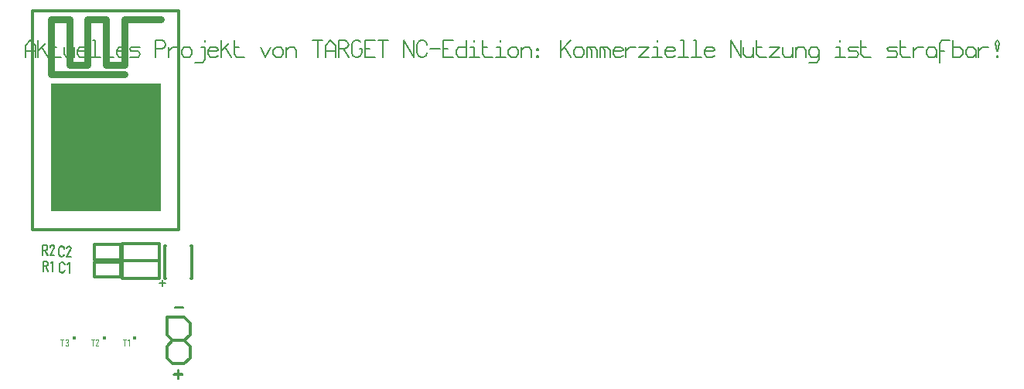
<source format=gto>
%FSLAX35Y35*%
%MOIN*%
%TF.FileFunction,Legend,Top*%
%ADD10C,0.00591*%
%ADD11C,0.00214*%
%ADD12C,0.00384*%
%ADD13C,0.00409*%
%ADD14C,0.00512*%
%ADD15C,0.00650*%
%ADD16C,0.00768*%
%ADD17C,0.01181*%
%ADD18C,0.01575*%
%ADD19C,0.01969*%
%ADD20C,0.02362*%
%ADD21C,0.03150*%
%ADD22C,0.03937*%
%AMR_23*21,1,0.03200,0.03800,0,0,90.000*%
%ADD23R_23*%
%AMR_24*21,1,0.03200,0.03800,0,0,180.000*%
%ADD24R_24*%
%AMR_25*21,1,0.04409,0.06299,0,0,90.000*%
%ADD25R_25*%
%AMR_26*21,1,0.05000,0.05000,0,0,180.000*%
%ADD26R_26*%
%AMR_27*21,1,0.07874,0.09449,0,0,90.000*%
%ADD27R_27*%
%AMR_28*21,1,0.19685,0.19685,0,0,0.000*%
%ADD28R_28*%
%AMOCT_29*4,1,8,0.031496,0.023622,0.015748,0.039370,-0.015748,0.039370,-0.031496,0.023622,-0.031496,-0.023622,-0.015748,-0.039370,0.015748,-0.039370,0.031496,-0.023622,0.031496,0.023622,270.000*%
%ADD29OCT_29*%
%AMOCT_30*4,1,8,0.039370,0.009843,0.029528,0.019685,-0.029528,0.019685,-0.039370,0.009843,-0.039370,-0.009843,-0.029528,-0.019685,0.029528,-0.019685,0.039370,-0.009843,0.039370,0.009843,0.000*%
%ADD30OCT_30*%
%AMOCT_31*4,1,8,0.039370,0.009843,0.029528,0.019685,-0.029528,0.019685,-0.039370,0.009843,-0.039370,-0.009843,-0.029528,-0.019685,0.029528,-0.019685,0.039370,-0.009843,0.039370,0.009843,90.000*%
%ADD31OCT_31*%
%ADD32O,0.02559X0.04173*%
%AMRR_33*21,1,0.02559,0.03661,0,0,180.000*21,1,0.02047,0.04173,0,0,180.000*1,1,0.00512,-0.01024,-0.01831*1,1,0.00512,0.01024,0.01831*1,1,0.00512,-0.01024,0.01831*1,1,0.00512,0.01024,-0.01831*%
%ADD33RR_33*%
%AMRR_34*21,1,0.06299,0.06929,0,0,180.000*21,1,0.05354,0.07874,0,0,180.000*1,1,0.00945,-0.02677,-0.03465*1,1,0.00945,0.02677,0.03465*1,1,0.00945,-0.02677,0.03465*1,1,0.00945,0.02677,-0.03465*%
%ADD34RR_34*%
%AMRR_35*21,1,0.06299,0.06614,0,0,270.000*21,1,0.05039,0.07874,0,0,270.000*1,1,0.01260,0.03307,-0.02520*1,1,0.01260,-0.03307,0.02520*1,1,0.01260,-0.03307,-0.02520*1,1,0.01260,0.03307,0.02520*%
%ADD35RR_35*%
%AMRR_36*21,1,0.23622,0.06457,0,0,90.000*21,1,0.22205,0.07874,0,0,90.000*1,1,0.01417,-0.03228,0.11102*1,1,0.01417,0.03228,-0.11102*1,1,0.01417,0.03228,0.11102*1,1,0.01417,-0.03228,-0.11102*%
%ADD36RR_36*%
G54D10*
X20855Y55602D02*
X20964Y55121D01*
X20975Y55106D01*
X20994Y55103D01*
X21009Y55114D01*
X21012Y55132D01*
X20903Y55613D01*
X20892Y55628D01*
X20873Y55631D01*
X20858Y55620D01*
X20855Y55602D01*
X20552Y55977D02*
X20859Y55592D01*
X20876Y55583D01*
X20894Y55588D01*
X20903Y55604D01*
X20898Y55623D01*
X20591Y56008D01*
X20574Y56017D01*
X20556Y56012D01*
X20547Y55995D01*
X20552Y55977D01*
X20117Y56184D02*
X20561Y55970D01*
X20580Y55969D01*
X20594Y55982D01*
X20595Y56001D01*
X20582Y56015D01*
X20138Y56229D01*
X20119Y56230D01*
X20105Y56217D01*
X20104Y56198D01*
X20117Y56184D01*
X19635Y56182D02*
X20127Y56182D01*
X20145Y56189D01*
X20152Y56206D01*
X20145Y56224D01*
X20127Y56231D01*
X19635Y56231D01*
X19617Y56224D01*
X19610Y56206D01*
X19617Y56189D01*
X19635Y56182D01*
X19201Y55970D02*
X19645Y56184D01*
X19658Y56198D01*
X19657Y56217D01*
X19643Y56230D01*
X19624Y56229D01*
X19180Y56015D01*
X19167Y56001D01*
X19168Y55982D01*
X19183Y55969D01*
X19201Y55970D01*
X18903Y55592D02*
X19210Y55977D01*
X19215Y55995D01*
X19206Y56012D01*
X19188Y56017D01*
X19171Y56008D01*
X18864Y55623D01*
X18859Y55604D01*
X18868Y55588D01*
X18886Y55583D01*
X18903Y55592D01*
X18798Y55121D02*
X18907Y55602D01*
X18904Y55620D01*
X18889Y55631D01*
X18870Y55628D01*
X18859Y55613D01*
X18750Y55132D01*
X18753Y55114D01*
X18768Y55103D01*
X18787Y55106D01*
X18798Y55121D01*
X18823Y52863D02*
X18823Y55127D01*
X18816Y55144D01*
X18798Y55151D01*
X18781Y55144D01*
X18774Y55127D01*
X18774Y52863D01*
X18781Y52846D01*
X18798Y52838D01*
X18816Y52846D01*
X18823Y52863D01*
X18774Y53390D02*
X18823Y53390D01*
X18774Y53941D02*
X18823Y53941D01*
X18774Y54492D02*
X18823Y54492D01*
X18774Y55043D02*
X18823Y55043D01*
X18907Y52388D02*
X18798Y52869D01*
X18787Y52884D01*
X18768Y52887D01*
X18753Y52876D01*
X18750Y52858D01*
X18859Y52377D01*
X18870Y52362D01*
X18889Y52359D01*
X18904Y52370D01*
X18907Y52388D01*
X19210Y52013D02*
X18903Y52398D01*
X18886Y52407D01*
X18868Y52402D01*
X18859Y52385D01*
X18864Y52367D01*
X19171Y51982D01*
X19188Y51973D01*
X19206Y51978D01*
X19215Y51995D01*
X19210Y52013D01*
X19645Y51806D02*
X19201Y52019D01*
X19183Y52021D01*
X19168Y52008D01*
X19167Y51989D01*
X19180Y51975D01*
X19624Y51761D01*
X19643Y51760D01*
X19657Y51773D01*
X19658Y51792D01*
X19645Y51806D01*
X20127Y51808D02*
X19635Y51808D01*
X19617Y51801D01*
X19610Y51784D01*
X19617Y51766D01*
X19635Y51759D01*
X20127Y51759D01*
X20145Y51766D01*
X20152Y51784D01*
X20145Y51801D01*
X20127Y51808D01*
X20561Y52019D02*
X20117Y51806D01*
X20104Y51792D01*
X20105Y51773D01*
X20119Y51760D01*
X20138Y51761D01*
X20582Y51975D01*
X20595Y51989D01*
X20594Y52008D01*
X20580Y52021D01*
X20561Y52019D01*
X20859Y52398D02*
X20552Y52013D01*
X20547Y51995D01*
X20556Y51978D01*
X20574Y51973D01*
X20591Y51982D01*
X20898Y52367D01*
X20903Y52385D01*
X20894Y52402D01*
X20876Y52407D01*
X20859Y52398D01*
X20964Y52869D02*
X20855Y52388D01*
X20858Y52370D01*
X20873Y52359D01*
X20892Y52362D01*
X20903Y52377D01*
X21012Y52858D01*
X21009Y52876D01*
X20994Y52887D01*
X20975Y52884D01*
X20964Y52869D01*
X23013Y56227D02*
X22127Y55341D01*
X22120Y55324D01*
X22127Y55306D01*
X22145Y55299D01*
X22162Y55306D01*
X23048Y56192D01*
X23055Y56209D01*
X23048Y56227D01*
X23031Y56234D01*
X23013Y56227D01*
X22637Y55850D02*
X22706Y55850D01*
X23055Y51780D02*
X23055Y56209D01*
X23048Y56227D01*
X23031Y56234D01*
X23013Y56227D01*
X23006Y56209D01*
X23006Y51780D01*
X23013Y51763D01*
X23031Y51756D01*
X23048Y51763D01*
X23055Y51780D01*
X23006Y52307D02*
X23055Y52307D01*
X23006Y52858D02*
X23055Y52858D01*
X23006Y53409D02*
X23055Y53409D01*
X23006Y53960D02*
X23055Y53960D01*
X23006Y54512D02*
X23055Y54512D01*
X23006Y55063D02*
X23055Y55063D01*
X23006Y55614D02*
X23055Y55614D01*
X23006Y56165D02*
X23055Y56165D01*
X20594Y62477D02*
X20704Y61996D01*
X20714Y61981D01*
X20733Y61978D01*
X20748Y61989D01*
X20751Y62007D01*
X20642Y62488D01*
X20631Y62503D01*
X20612Y62506D01*
X20597Y62495D01*
X20594Y62477D01*
X20291Y62852D02*
X20599Y62467D01*
X20615Y62458D01*
X20633Y62463D01*
X20642Y62479D01*
X20637Y62498D01*
X20330Y62883D01*
X20313Y62892D01*
X20295Y62887D01*
X20286Y62870D01*
X20291Y62852D01*
X19856Y63059D02*
X20300Y62845D01*
X20319Y62844D01*
X20333Y62857D01*
X20334Y62876D01*
X20321Y62890D01*
X19877Y63104D01*
X19858Y63105D01*
X19844Y63092D01*
X19843Y63073D01*
X19856Y63059D01*
X19374Y63057D02*
X19867Y63057D01*
X19884Y63064D01*
X19891Y63081D01*
X19884Y63099D01*
X19867Y63106D01*
X19374Y63106D01*
X19356Y63099D01*
X19349Y63081D01*
X19356Y63064D01*
X19374Y63057D01*
X18941Y62845D02*
X19384Y63059D01*
X19397Y63073D01*
X19396Y63092D01*
X19382Y63105D01*
X19363Y63104D01*
X18919Y62890D01*
X18907Y62876D01*
X18908Y62857D01*
X18922Y62844D01*
X18941Y62845D01*
X18642Y62467D02*
X18949Y62852D01*
X18954Y62870D01*
X18945Y62887D01*
X18927Y62892D01*
X18911Y62883D01*
X18603Y62498D01*
X18598Y62479D01*
X18607Y62463D01*
X18625Y62458D01*
X18642Y62467D01*
X18537Y61996D02*
X18647Y62477D01*
X18643Y62495D01*
X18628Y62506D01*
X18609Y62503D01*
X18599Y62488D01*
X18489Y62007D01*
X18492Y61989D01*
X18507Y61978D01*
X18526Y61981D01*
X18537Y61996D01*
X18562Y59738D02*
X18562Y62002D01*
X18555Y62019D01*
X18538Y62026D01*
X18520Y62019D01*
X18513Y62002D01*
X18513Y59738D01*
X18520Y59721D01*
X18538Y59713D01*
X18555Y59721D01*
X18562Y59738D01*
X18513Y60265D02*
X18562Y60265D01*
X18513Y60816D02*
X18562Y60816D01*
X18513Y61367D02*
X18562Y61367D01*
X18513Y61918D02*
X18562Y61918D01*
X18647Y59263D02*
X18537Y59744D01*
X18526Y59759D01*
X18507Y59762D01*
X18492Y59751D01*
X18489Y59733D01*
X18599Y59252D01*
X18609Y59237D01*
X18628Y59234D01*
X18643Y59245D01*
X18647Y59263D01*
X18949Y58888D02*
X18642Y59273D01*
X18625Y59282D01*
X18607Y59277D01*
X18598Y59260D01*
X18603Y59242D01*
X18911Y58857D01*
X18927Y58848D01*
X18945Y58853D01*
X18954Y58870D01*
X18949Y58888D01*
X19384Y58681D02*
X18941Y58894D01*
X18922Y58896D01*
X18908Y58883D01*
X18907Y58864D01*
X18919Y58850D01*
X19363Y58636D01*
X19382Y58635D01*
X19396Y58648D01*
X19397Y58667D01*
X19384Y58681D01*
X19867Y58683D02*
X19374Y58683D01*
X19356Y58676D01*
X19349Y58659D01*
X19356Y58641D01*
X19374Y58634D01*
X19867Y58634D01*
X19884Y58641D01*
X19891Y58659D01*
X19884Y58676D01*
X19867Y58683D01*
X20300Y58894D02*
X19856Y58681D01*
X19843Y58667D01*
X19844Y58648D01*
X19858Y58635D01*
X19877Y58636D01*
X20321Y58850D01*
X20334Y58864D01*
X20333Y58883D01*
X20319Y58896D01*
X20300Y58894D01*
X20599Y59273D02*
X20291Y58888D01*
X20286Y58870D01*
X20295Y58853D01*
X20313Y58848D01*
X20330Y58857D01*
X20637Y59242D01*
X20642Y59260D01*
X20633Y59277D01*
X20615Y59282D01*
X20599Y59273D01*
X20704Y59744D02*
X20594Y59263D01*
X20597Y59245D01*
X20612Y59234D01*
X20631Y59237D01*
X20642Y59252D01*
X20751Y59733D01*
X20748Y59751D01*
X20733Y59762D01*
X20714Y59759D01*
X20704Y59744D01*
X23513Y62635D02*
X23632Y62192D01*
X23643Y62177D01*
X23662Y62175D01*
X23677Y62186D01*
X23679Y62205D01*
X23561Y62648D01*
X23549Y62663D01*
X23531Y62665D01*
X23516Y62654D01*
X23513Y62635D01*
X23195Y62948D02*
X23520Y62624D01*
X23537Y62617D01*
X23554Y62624D01*
X23562Y62642D01*
X23554Y62659D01*
X23230Y62983D01*
X23213Y62990D01*
X23195Y62983D01*
X23188Y62966D01*
X23195Y62948D01*
X22763Y63061D02*
X23206Y62942D01*
X23225Y62945D01*
X23237Y62959D01*
X23234Y62978D01*
X23219Y62990D01*
X22776Y63108D01*
X22758Y63106D01*
X22746Y63091D01*
X22749Y63072D01*
X22763Y63061D01*
X22333Y62942D02*
X22776Y63061D01*
X22791Y63072D01*
X22794Y63091D01*
X22782Y63106D01*
X22763Y63108D01*
X22321Y62990D01*
X22306Y62978D01*
X22303Y62959D01*
X22315Y62945D01*
X22333Y62942D01*
X22020Y62624D02*
X22344Y62948D01*
X22352Y62966D01*
X22344Y62983D01*
X22327Y62990D01*
X22310Y62983D01*
X21985Y62659D01*
X21978Y62642D01*
X21985Y62624D01*
X22003Y62617D01*
X22020Y62624D01*
X21908Y62192D02*
X22026Y62635D01*
X22024Y62654D01*
X22009Y62665D01*
X21990Y62663D01*
X21979Y62648D01*
X21860Y62205D01*
X21863Y62186D01*
X21878Y62175D01*
X21896Y62177D01*
X21908Y62192D01*
X21906Y58644D02*
X23678Y62188D01*
X23679Y62206D01*
X23667Y62221D01*
X23648Y62222D01*
X23634Y62210D01*
X21862Y58666D01*
X21861Y58648D01*
X21873Y58633D01*
X21892Y58632D01*
X21906Y58644D01*
X22120Y59183D02*
X22175Y59183D01*
X22396Y59734D02*
X22451Y59734D01*
X22672Y60286D02*
X22727Y60286D01*
X22947Y60837D02*
X23002Y60837D01*
X23223Y61388D02*
X23278Y61388D01*
X23498Y61939D02*
X23553Y61939D01*
X23656Y58680D02*
X21884Y58680D01*
X21867Y58673D01*
X21859Y58655D01*
X21867Y58638D01*
X21884Y58631D01*
X23656Y58631D01*
X23673Y58638D01*
X23680Y58655D01*
X23673Y58673D01*
X23656Y58680D01*
X11611Y56680D02*
X11611Y52250D01*
X11618Y52233D01*
X11635Y52226D01*
X11653Y52233D01*
X11660Y52250D01*
X11660Y56680D01*
X11653Y56697D01*
X11635Y56704D01*
X11618Y56697D01*
X11611Y56680D01*
X11611Y52777D02*
X11660Y52777D01*
X11611Y53328D02*
X11660Y53328D01*
X11611Y53879D02*
X11660Y53879D01*
X11611Y54431D02*
X11660Y54431D01*
X11611Y54982D02*
X11660Y54982D01*
X11611Y55533D02*
X11660Y55533D01*
X11611Y56084D02*
X11660Y56084D01*
X11611Y56635D02*
X11660Y56635D01*
X12718Y56704D02*
X11635Y56704D01*
X11618Y56697D01*
X11611Y56680D01*
X11618Y56662D01*
X11635Y56655D01*
X12718Y56655D01*
X12735Y56662D01*
X12743Y56680D01*
X12735Y56697D01*
X12718Y56704D01*
X13193Y54623D02*
X12713Y54514D01*
X12697Y54503D01*
X12694Y54484D01*
X12705Y54469D01*
X12723Y54466D01*
X13204Y54575D01*
X13219Y54586D01*
X13222Y54605D01*
X13212Y54620D01*
X13193Y54623D01*
X13568Y54926D02*
X13183Y54619D01*
X13174Y54602D01*
X13179Y54584D01*
X13196Y54575D01*
X13214Y54580D01*
X13599Y54887D01*
X13608Y54904D01*
X13603Y54922D01*
X13586Y54931D01*
X13568Y54926D01*
X13775Y55361D02*
X13562Y54917D01*
X13560Y54898D01*
X13573Y54884D01*
X13592Y54883D01*
X13606Y54896D01*
X13820Y55340D01*
X13821Y55359D01*
X13808Y55373D01*
X13789Y55374D01*
X13775Y55361D01*
X13773Y55843D02*
X13773Y55351D01*
X13780Y55333D01*
X13798Y55326D01*
X13815Y55333D01*
X13822Y55351D01*
X13822Y55843D01*
X13815Y55861D01*
X13798Y55868D01*
X13780Y55861D01*
X13773Y55843D01*
X13562Y56277D02*
X13775Y55833D01*
X13789Y55820D01*
X13808Y55821D01*
X13821Y55835D01*
X13820Y55854D01*
X13606Y56298D01*
X13592Y56311D01*
X13573Y56309D01*
X13560Y56295D01*
X13562Y56277D01*
X13183Y56575D02*
X13568Y56268D01*
X13586Y56263D01*
X13603Y56272D01*
X13608Y56290D01*
X13599Y56307D01*
X13214Y56614D01*
X13196Y56619D01*
X13179Y56610D01*
X13174Y56592D01*
X13183Y56575D01*
X12713Y56680D02*
X13193Y56571D01*
X13212Y56574D01*
X13222Y56589D01*
X13219Y56608D01*
X13204Y56619D01*
X12723Y56728D01*
X12705Y56725D01*
X12694Y56710D01*
X12697Y56691D01*
X12713Y56680D01*
X11635Y54440D02*
X12718Y54440D01*
X12735Y54448D01*
X12743Y54465D01*
X12735Y54482D01*
X12718Y54490D01*
X11635Y54490D01*
X11618Y54482D01*
X11611Y54465D01*
X11618Y54448D01*
X11635Y54440D01*
X13872Y52262D02*
X12740Y54476D01*
X12726Y54488D01*
X12707Y54487D01*
X12695Y54473D01*
X12696Y54454D01*
X13828Y52239D01*
X13842Y52227D01*
X13861Y52229D01*
X13873Y52243D01*
X13872Y52262D01*
X13553Y52778D02*
X13608Y52778D01*
X13271Y53329D02*
X13326Y53329D01*
X12989Y53881D02*
X13044Y53881D01*
X12707Y54432D02*
X12763Y54432D01*
X15850Y56697D02*
X14964Y55811D01*
X14957Y55794D01*
X14964Y55776D01*
X14982Y55769D01*
X14999Y55776D01*
X15885Y56662D01*
X15892Y56680D01*
X15885Y56697D01*
X15868Y56704D01*
X15850Y56697D01*
X15474Y56320D02*
X15543Y56320D01*
X15892Y52250D02*
X15892Y56680D01*
X15885Y56697D01*
X15868Y56704D01*
X15850Y56697D01*
X15843Y56680D01*
X15843Y52250D01*
X15850Y52233D01*
X15868Y52226D01*
X15885Y52233D01*
X15892Y52250D01*
X15843Y52777D02*
X15892Y52777D01*
X15843Y53328D02*
X15892Y53328D01*
X15843Y53879D02*
X15892Y53879D01*
X15843Y54431D02*
X15892Y54431D01*
X15843Y54982D02*
X15892Y54982D01*
X15843Y55533D02*
X15892Y55533D01*
X15843Y56084D02*
X15892Y56084D01*
X15843Y56635D02*
X15892Y56635D01*
X11350Y63555D02*
X11350Y59125D01*
X11357Y59108D01*
X11375Y59101D01*
X11392Y59108D01*
X11399Y59125D01*
X11399Y63555D01*
X11392Y63572D01*
X11375Y63579D01*
X11357Y63572D01*
X11350Y63555D01*
X11350Y59652D02*
X11399Y59652D01*
X11350Y60203D02*
X11399Y60203D01*
X11350Y60754D02*
X11399Y60754D01*
X11350Y61306D02*
X11399Y61306D01*
X11350Y61857D02*
X11399Y61857D01*
X11350Y62408D02*
X11399Y62408D01*
X11350Y62959D02*
X11399Y62959D01*
X11350Y63510D02*
X11399Y63510D01*
X12457Y63579D02*
X11375Y63579D01*
X11357Y63572D01*
X11350Y63555D01*
X11357Y63537D01*
X11375Y63530D01*
X12457Y63530D01*
X12475Y63537D01*
X12482Y63555D01*
X12475Y63572D01*
X12457Y63579D01*
X12932Y61498D02*
X12452Y61389D01*
X12436Y61378D01*
X12433Y61359D01*
X12444Y61344D01*
X12463Y61341D01*
X12943Y61450D01*
X12958Y61461D01*
X12962Y61480D01*
X12951Y61495D01*
X12932Y61498D01*
X13308Y61801D02*
X12922Y61494D01*
X12913Y61477D01*
X12918Y61459D01*
X12935Y61450D01*
X12953Y61455D01*
X13338Y61762D01*
X13347Y61779D01*
X13342Y61797D01*
X13326Y61806D01*
X13308Y61801D01*
X13515Y62236D02*
X13301Y61792D01*
X13300Y61773D01*
X13312Y61759D01*
X13331Y61758D01*
X13345Y61771D01*
X13559Y62215D01*
X13560Y62234D01*
X13547Y62248D01*
X13529Y62249D01*
X13515Y62236D01*
X13512Y62718D02*
X13512Y62226D01*
X13519Y62208D01*
X13537Y62201D01*
X13554Y62208D01*
X13561Y62226D01*
X13561Y62718D01*
X13554Y62736D01*
X13537Y62743D01*
X13519Y62736D01*
X13512Y62718D01*
X13301Y63152D02*
X13515Y62708D01*
X13529Y62695D01*
X13547Y62696D01*
X13560Y62710D01*
X13559Y62729D01*
X13345Y63173D01*
X13331Y63186D01*
X13312Y63184D01*
X13300Y63170D01*
X13301Y63152D01*
X12922Y63450D02*
X13308Y63143D01*
X13326Y63138D01*
X13342Y63147D01*
X13347Y63165D01*
X13338Y63182D01*
X12953Y63489D01*
X12935Y63494D01*
X12918Y63485D01*
X12913Y63467D01*
X12922Y63450D01*
X12452Y63555D02*
X12932Y63446D01*
X12951Y63449D01*
X12962Y63464D01*
X12958Y63483D01*
X12943Y63494D01*
X12463Y63603D01*
X12444Y63600D01*
X12433Y63585D01*
X12436Y63566D01*
X12452Y63555D01*
X11375Y61315D02*
X12457Y61315D01*
X12475Y61323D01*
X12482Y61340D01*
X12475Y61357D01*
X12457Y61365D01*
X11375Y61365D01*
X11357Y61357D01*
X11350Y61340D01*
X11357Y61323D01*
X11375Y61315D01*
X13611Y59137D02*
X12479Y61351D01*
X12465Y61363D01*
X12446Y61362D01*
X12434Y61348D01*
X12435Y61329D01*
X13567Y59114D01*
X13581Y59102D01*
X13600Y59104D01*
X13612Y59118D01*
X13611Y59137D01*
X13292Y59653D02*
X13347Y59653D01*
X13010Y60204D02*
X13065Y60204D01*
X12728Y60756D02*
X12784Y60756D01*
X12447Y61307D02*
X12502Y61307D01*
X16350Y63105D02*
X16469Y62662D01*
X16480Y62647D01*
X16499Y62645D01*
X16514Y62656D01*
X16516Y62675D01*
X16398Y63118D01*
X16386Y63133D01*
X16368Y63135D01*
X16353Y63124D01*
X16350Y63105D01*
X16032Y63419D02*
X16357Y63094D01*
X16374Y63087D01*
X16391Y63094D01*
X16399Y63112D01*
X16391Y63129D01*
X16067Y63453D01*
X16050Y63461D01*
X16032Y63453D01*
X16025Y63436D01*
X16032Y63419D01*
X15600Y63531D02*
X16043Y63412D01*
X16062Y63415D01*
X16073Y63430D01*
X16071Y63448D01*
X16056Y63460D01*
X15613Y63578D01*
X15594Y63576D01*
X15583Y63561D01*
X15585Y63542D01*
X15600Y63531D01*
X15170Y63412D02*
X15613Y63531D01*
X15628Y63542D01*
X15631Y63561D01*
X15619Y63576D01*
X15600Y63578D01*
X15158Y63460D01*
X15143Y63448D01*
X15140Y63430D01*
X15152Y63415D01*
X15170Y63412D01*
X14857Y63094D02*
X15181Y63419D01*
X15188Y63436D01*
X15181Y63453D01*
X15164Y63461D01*
X15146Y63453D01*
X14822Y63129D01*
X14815Y63112D01*
X14822Y63094D01*
X14840Y63087D01*
X14857Y63094D01*
X14745Y62662D02*
X14863Y63105D01*
X14861Y63124D01*
X14846Y63135D01*
X14827Y63133D01*
X14816Y63118D01*
X14697Y62675D01*
X14700Y62656D01*
X14715Y62645D01*
X14733Y62647D01*
X14745Y62662D01*
X14743Y59114D02*
X16515Y62658D01*
X16516Y62677D01*
X16504Y62691D01*
X16485Y62692D01*
X16471Y62680D01*
X14699Y59136D01*
X14698Y59118D01*
X14710Y59103D01*
X14729Y59102D01*
X14743Y59114D01*
X14957Y59653D02*
X15012Y59653D01*
X15233Y60205D02*
X15288Y60205D01*
X15509Y60756D02*
X15564Y60756D01*
X15784Y61307D02*
X15839Y61307D01*
X16060Y61858D02*
X16115Y61858D01*
X16335Y62409D02*
X16390Y62409D01*
X16493Y59150D02*
X14721Y59150D01*
X14704Y59143D01*
X14696Y59125D01*
X14704Y59108D01*
X14721Y59101D01*
X16493Y59101D01*
X16510Y59108D01*
X16517Y59125D01*
X16510Y59143D01*
X16493Y59150D01*
X71668Y8134D02*
X68125Y8134D01*
X67971Y8071D01*
X67908Y7918D01*
X67971Y7765D01*
X68125Y7701D01*
X71668Y7701D01*
X71821Y7765D01*
X71884Y7918D01*
X71821Y8071D01*
X71668Y8134D01*
X70073Y6107D02*
X70073Y9729D01*
X70010Y9882D01*
X69857Y9945D01*
X69704Y9882D01*
X69640Y9729D01*
X69640Y6107D01*
X69704Y5954D01*
X69857Y5890D01*
X70010Y5954D01*
X70073Y6107D01*
X69640Y6441D02*
X70073Y6441D01*
X69640Y6993D02*
X70073Y6993D01*
X69640Y7544D02*
X70073Y7544D01*
X69640Y8095D02*
X70073Y8095D01*
X69640Y8646D02*
X70073Y8646D01*
X69640Y9197D02*
X70073Y9197D01*
X69648Y9749D02*
X70065Y9749D01*
X71899Y36884D02*
X68750Y36884D01*
X68596Y36821D01*
X68533Y36668D01*
X68596Y36515D01*
X68750Y36451D01*
X71899Y36451D01*
X72052Y36515D01*
X72116Y36668D01*
X72052Y36821D01*
X71899Y36884D01*
G54D13*
X46038Y23005D02*
X47455Y23005D01*
X46731Y23005D02*
X46731Y20171D01*
X48180Y22438D02*
X48747Y23005D01*
X48747Y20171D01*
X32288Y23005D02*
X33705Y23005D01*
X32981Y23005D02*
X32981Y20171D01*
X35563Y22438D02*
X35455Y22772D01*
X35172Y22978D01*
X34821Y22978D01*
X34538Y22772D01*
X34430Y22438D01*
X35563Y22438D02*
X34430Y20171D01*
X35563Y20171D01*
X19163Y23005D02*
X20580Y23005D01*
X19856Y23005D02*
X19856Y20171D01*
X21305Y20738D02*
X21413Y20404D01*
X21696Y20199D01*
X22047Y20199D01*
X22330Y20404D01*
X22438Y20738D01*
X22438Y21147D02*
X22438Y20738D01*
X22438Y21147D02*
X22363Y21431D01*
X22155Y21638D01*
X21872Y21714D01*
X21714Y21714D02*
X21872Y21714D01*
X21714Y21714D01*
X21872Y21714D02*
X22161Y21800D01*
X22368Y22019D01*
X22438Y22312D01*
X22438Y22438D02*
X22438Y22312D01*
X22438Y22438D02*
X22330Y22772D01*
X22047Y22978D01*
X21696Y22978D01*
X21413Y22772D01*
X21305Y22438D01*
G54D15*
X3937Y144749D02*
X3937Y149473D01*
X3937Y147111D02*
X8267Y147111D01*
X8267Y149473D02*
X8267Y144749D01*
X3937Y149473D02*
X6102Y151835D01*
X8267Y149473D01*
X9566Y151835D02*
X9566Y144749D01*
X9566Y147111D02*
X12814Y150654D01*
X11190Y148882D02*
X13897Y144749D01*
X15196Y151835D02*
X15196Y145930D01*
X16279Y144749D01*
X19527Y144749D01*
X15196Y148882D02*
X17362Y148882D01*
X20826Y148882D02*
X20826Y145930D01*
X21909Y144749D01*
X24074Y144749D01*
X25157Y145930D01*
X25157Y148882D02*
X25157Y144749D01*
X30787Y145339D02*
X29704Y144749D01*
X27539Y144749D01*
X26456Y145930D01*
X26456Y147701D01*
X27539Y148882D01*
X29704Y148882D01*
X30787Y148292D01*
X30787Y147701D01*
X29704Y147111D01*
X26456Y147111D01*
X32086Y144749D02*
X36417Y144749D01*
X33169Y151835D02*
X34251Y151835D01*
X34251Y144749D01*
X37716Y144749D02*
X42047Y144749D01*
X38799Y151835D02*
X39881Y151835D01*
X39881Y144749D01*
X47677Y145339D02*
X46594Y144749D01*
X44429Y144749D01*
X43346Y145930D01*
X43346Y147701D01*
X44429Y148882D01*
X46594Y148882D01*
X47677Y148292D01*
X47677Y147701D01*
X46594Y147111D01*
X43346Y147111D01*
X48976Y144749D02*
X52765Y144749D01*
X53307Y145930D01*
X52765Y147111D01*
X49517Y147111D01*
X48976Y148292D01*
X49517Y148882D01*
X53307Y148882D01*
X60236Y151835D02*
X60236Y144749D01*
X60236Y148292D02*
X62942Y148292D01*
X64025Y148882D01*
X64566Y150063D01*
X64025Y151245D01*
X62942Y151835D01*
X60236Y151835D01*
X65866Y148882D02*
X65866Y144749D01*
X65866Y147111D02*
X67490Y148882D01*
X70196Y148882D01*
X71496Y147701D02*
X71496Y145930D01*
X71496Y147701D02*
X72578Y148882D01*
X74744Y148882D01*
X75826Y147701D01*
X75826Y145930D01*
X74744Y144749D01*
X72578Y144749D01*
X71496Y145930D01*
X77125Y142386D02*
X80374Y142386D01*
X81456Y143567D01*
X81456Y148882D01*
X79832Y148882D01*
X81456Y151835D02*
X81456Y151245D01*
X87086Y145339D02*
X86003Y144749D01*
X83838Y144749D01*
X82755Y145930D01*
X82755Y147701D01*
X83838Y148882D01*
X86003Y148882D01*
X87086Y148292D01*
X87086Y147701D01*
X86003Y147111D01*
X82755Y147111D01*
X88385Y151835D02*
X88385Y144749D01*
X88385Y147111D02*
X91633Y150654D01*
X90009Y148882D02*
X92716Y144749D01*
X94015Y151835D02*
X94015Y145930D01*
X95098Y144749D01*
X98346Y144749D01*
X94015Y148882D02*
X96181Y148882D01*
X105275Y148882D02*
X107440Y144749D01*
X109606Y148882D01*
X110905Y147701D02*
X110905Y145930D01*
X110905Y147701D02*
X111988Y148882D01*
X114153Y148882D01*
X115236Y147701D01*
X115236Y145930D01*
X114153Y144749D01*
X111988Y144749D01*
X110905Y145930D01*
X116535Y144749D02*
X116535Y148882D01*
X116535Y147701D02*
X117618Y148882D01*
X119783Y148882D01*
X120866Y147701D01*
X120866Y144749D01*
X127795Y151835D02*
X132125Y151835D01*
X129960Y151835D02*
X129960Y144749D01*
X133425Y144749D02*
X133425Y149473D01*
X133425Y147111D02*
X137755Y147111D01*
X137755Y149473D02*
X137755Y144749D01*
X133425Y149473D02*
X135590Y151835D01*
X137755Y149473D01*
X139055Y151835D02*
X139055Y144749D01*
X139055Y148292D02*
X141761Y148292D01*
X142844Y148882D01*
X143385Y150063D01*
X142844Y151245D01*
X141761Y151835D01*
X139055Y151835D01*
X141220Y148292D02*
X143385Y144749D01*
X146309Y151835D02*
X145226Y151245D01*
X144685Y150063D01*
X144685Y146520D01*
X145226Y145339D01*
X146309Y144749D01*
X147391Y144749D01*
X148474Y145339D01*
X149015Y146520D01*
X149015Y148292D01*
X147933Y148292D01*
X146309Y151835D02*
X147391Y151835D01*
X148474Y151245D01*
X150314Y151835D02*
X150314Y144749D01*
X154645Y144749D01*
X150314Y148292D02*
X152480Y148292D01*
X150314Y151835D02*
X154645Y151835D01*
X155944Y151835D02*
X160275Y151835D01*
X158110Y151835D02*
X158110Y144749D01*
X167204Y144749D02*
X167204Y151835D01*
X171535Y144749D01*
X171535Y151835D01*
X175541Y144749D02*
X176624Y145339D01*
X177165Y146520D01*
X175541Y144749D02*
X174458Y144749D01*
X173375Y145339D01*
X172834Y146520D01*
X172834Y150063D01*
X173375Y151245D01*
X174458Y151835D01*
X175541Y151835D01*
X176624Y151245D01*
X177165Y150063D01*
X178464Y148292D02*
X182795Y148292D01*
X184094Y151835D02*
X184094Y144749D01*
X188425Y144749D01*
X184094Y148292D02*
X186259Y148292D01*
X184094Y151835D02*
X188425Y151835D01*
X194055Y151835D02*
X194055Y144749D01*
X190807Y144749D01*
X189724Y145930D01*
X189724Y147701D01*
X190807Y148882D01*
X194055Y148882D01*
X195354Y144749D02*
X199685Y144749D01*
X197519Y144749D02*
X197519Y148882D01*
X197519Y151835D02*
X197519Y151245D01*
X195895Y148882D02*
X197519Y148882D01*
X200984Y151835D02*
X200984Y145930D01*
X202066Y144749D01*
X205314Y144749D01*
X200984Y148882D02*
X203149Y148882D01*
X206614Y144749D02*
X210944Y144749D01*
X208779Y144749D02*
X208779Y148882D01*
X208779Y151835D02*
X208779Y151245D01*
X207155Y148882D02*
X208779Y148882D01*
X212244Y147701D02*
X212244Y145930D01*
X212244Y147701D02*
X213326Y148882D01*
X215492Y148882D01*
X216574Y147701D01*
X216574Y145930D01*
X215492Y144749D01*
X213326Y144749D01*
X212244Y145930D01*
X217874Y144749D02*
X217874Y148882D01*
X217874Y147701D02*
X218956Y148882D01*
X221122Y148882D01*
X222204Y147701D01*
X222204Y144749D01*
X224586Y145339D02*
X224586Y144749D01*
X225127Y144749D01*
X225127Y145339D01*
X224586Y145339D01*
X225127Y148292D02*
X224586Y148292D01*
X224586Y147701D01*
X225127Y147701D01*
X225127Y148292D01*
X234763Y151835D02*
X234763Y144749D01*
X234763Y147111D02*
X239094Y151835D01*
X236387Y148882D02*
X239094Y144749D01*
X240393Y147701D02*
X240393Y145930D01*
X240393Y147701D02*
X241476Y148882D01*
X243641Y148882D01*
X244724Y147701D01*
X244724Y145930D01*
X243641Y144749D01*
X241476Y144749D01*
X240393Y145930D01*
X250354Y144749D02*
X250354Y147701D01*
X249271Y148882D01*
X248188Y144749D02*
X248188Y147701D01*
X246023Y148882D02*
X249271Y148882D01*
X246023Y144749D02*
X246023Y148882D01*
X248188Y147701D02*
X247106Y148882D01*
X255984Y144749D02*
X255984Y147701D01*
X254901Y148882D01*
X253818Y144749D02*
X253818Y147701D01*
X251653Y148882D02*
X254901Y148882D01*
X251653Y144749D02*
X251653Y148882D01*
X253818Y147701D02*
X252736Y148882D01*
X261614Y145339D02*
X260531Y144749D01*
X258366Y144749D01*
X257283Y145930D01*
X257283Y147701D01*
X258366Y148882D01*
X260531Y148882D01*
X261614Y148292D01*
X261614Y147701D01*
X260531Y147111D01*
X257283Y147111D01*
X262913Y148882D02*
X262913Y144749D01*
X262913Y147111D02*
X264537Y148882D01*
X267244Y148882D01*
X268543Y148882D02*
X272874Y148882D01*
X268543Y144749D01*
X272874Y144749D01*
X274173Y144749D02*
X278503Y144749D01*
X276338Y144749D02*
X276338Y148882D01*
X276338Y151835D02*
X276338Y151245D01*
X274714Y148882D02*
X276338Y148882D01*
X284133Y145339D02*
X283051Y144749D01*
X280885Y144749D01*
X279803Y145930D01*
X279803Y147701D01*
X280885Y148882D01*
X283051Y148882D01*
X284133Y148292D01*
X284133Y147701D01*
X283051Y147111D01*
X279803Y147111D01*
X285433Y144749D02*
X289763Y144749D01*
X286515Y151835D02*
X287598Y151835D01*
X287598Y144749D01*
X291062Y144749D02*
X295393Y144749D01*
X292145Y151835D02*
X293228Y151835D01*
X293228Y144749D01*
X301023Y145339D02*
X299940Y144749D01*
X297775Y144749D01*
X296692Y145930D01*
X296692Y147701D01*
X297775Y148882D01*
X299940Y148882D01*
X301023Y148292D01*
X301023Y147701D01*
X299940Y147111D01*
X296692Y147111D01*
X307952Y144749D02*
X307952Y151835D01*
X312283Y144749D01*
X312283Y151835D01*
X313582Y148882D02*
X313582Y145930D01*
X314665Y144749D01*
X316830Y144749D01*
X317913Y145930D01*
X317913Y148882D02*
X317913Y144749D01*
X319212Y151835D02*
X319212Y145930D01*
X320295Y144749D01*
X323543Y144749D01*
X319212Y148882D02*
X321377Y148882D01*
X324842Y148882D02*
X329173Y148882D01*
X324842Y144749D01*
X329173Y144749D01*
X330472Y148882D02*
X330472Y145930D01*
X331555Y144749D01*
X333720Y144749D01*
X334803Y145930D01*
X334803Y148882D02*
X334803Y144749D01*
X336102Y144749D02*
X336102Y148882D01*
X336102Y147701D02*
X337185Y148882D01*
X339350Y148882D01*
X340433Y147701D01*
X340433Y144749D01*
X346062Y145930D02*
X344980Y144749D01*
X342814Y144749D01*
X341732Y145930D01*
X341732Y147701D01*
X342814Y148882D01*
X344980Y148882D01*
X346062Y147701D01*
X346062Y143567D01*
X344980Y142386D01*
X341732Y142386D01*
X352992Y144749D02*
X357322Y144749D01*
X355157Y144749D02*
X355157Y148882D01*
X355157Y151835D02*
X355157Y151245D01*
X353533Y148882D02*
X355157Y148882D01*
X358622Y144749D02*
X362411Y144749D01*
X362952Y145930D01*
X362411Y147111D01*
X359163Y147111D01*
X358622Y148292D01*
X359163Y148882D01*
X362952Y148882D01*
X364251Y151835D02*
X364251Y145930D01*
X365334Y144749D01*
X368582Y144749D01*
X364251Y148882D02*
X366417Y148882D01*
X375511Y144749D02*
X379301Y144749D01*
X379842Y145930D01*
X379301Y147111D01*
X376053Y147111D01*
X375511Y148292D01*
X376053Y148882D01*
X379842Y148882D01*
X381141Y151835D02*
X381141Y145930D01*
X382224Y144749D01*
X385472Y144749D01*
X381141Y148882D02*
X383307Y148882D01*
X386771Y148882D02*
X386771Y144749D01*
X386771Y147111D02*
X388395Y148882D01*
X391102Y148882D01*
X392401Y145930D02*
X393484Y144749D01*
X395649Y144749D01*
X396732Y145930D01*
X392401Y145930D02*
X392401Y147701D01*
X393484Y148882D01*
X395649Y148882D01*
X396732Y147701D01*
X396732Y144749D01*
X398031Y142386D02*
X398031Y150654D01*
X399114Y151835D01*
X402362Y151835D01*
X398031Y147111D02*
X400196Y147111D01*
X403661Y151835D02*
X403661Y144749D01*
X406909Y144749D01*
X407992Y145930D01*
X407992Y147701D01*
X406909Y148882D01*
X403661Y148882D01*
X409291Y145930D02*
X410374Y144749D01*
X412539Y144749D01*
X413622Y145930D01*
X409291Y145930D02*
X409291Y147701D01*
X410374Y148882D01*
X412539Y148882D01*
X413622Y147701D01*
X413622Y144749D01*
X414921Y148882D02*
X414921Y144749D01*
X414921Y147111D02*
X416545Y148882D01*
X419251Y148882D01*
X422716Y144749D02*
X422716Y145339D01*
X423257Y145339D01*
X423257Y144749D01*
X422716Y144749D01*
X422716Y147111D02*
X423257Y147111D01*
X423799Y150654D01*
X423257Y151835D01*
X422716Y151835D01*
X422175Y150654D01*
X422716Y147111D01*
G54D16*
X25659Y95255D02*
X23001Y95255D01*
X23001Y92598D01*
X24832Y92598D01*
X23001Y92598D02*
X23001Y89940D01*
X25659Y89940D01*
X29675Y93956D02*
X29552Y94520D01*
X29206Y94983D01*
X28699Y95259D01*
X28123Y95301D01*
X27582Y95099D01*
X27174Y94691D01*
X26972Y94149D01*
X27013Y93574D01*
X27290Y93067D01*
X27752Y92721D01*
X28316Y92598D01*
X27017Y91240D02*
X27150Y90691D01*
X27498Y90246D01*
X28000Y89987D01*
X28564Y89959D01*
X29089Y90168D01*
X29479Y90576D01*
X29665Y91110D01*
X29612Y91672D01*
X29330Y92162D01*
X28871Y92490D01*
X28316Y92598D01*
X31033Y89940D02*
X31033Y92598D01*
X32332Y92598D01*
X32332Y92627D02*
X32841Y92729D01*
X33272Y93017D01*
X33560Y93448D01*
X33661Y93956D01*
X33560Y94465D01*
X33272Y94896D01*
X32841Y95184D01*
X32332Y95285D01*
X32332Y95255D02*
X31033Y95255D01*
X31033Y92598D01*
X35049Y94192D02*
X36112Y95255D01*
X36112Y89940D01*
X39596Y94192D02*
X39491Y94654D01*
X39196Y95023D01*
X38770Y95229D01*
X38296Y95229D01*
X37870Y95023D01*
X37575Y94654D01*
X37470Y94192D01*
X39596Y94192D02*
X37470Y89940D01*
X39596Y89940D01*
X43612Y95255D02*
X40954Y95255D01*
X40954Y92598D01*
X42785Y92598D01*
X40954Y92598D02*
X40954Y89940D01*
X43612Y89940D01*
X47332Y95255D02*
X44970Y89940D01*
X51348Y95255D02*
X48690Y95255D01*
X48690Y92598D01*
X50521Y92598D01*
X48690Y92598D02*
X48690Y89940D01*
X63011Y45816D02*
X63011Y48474D01*
X61653Y47116D02*
X64370Y47116D01*
G54D17*
X7253Y70255D02*
X70246Y70255D01*
X70246Y164744D01*
X7253Y164744D01*
X7253Y70255D01*
X61750Y49325D02*
X45750Y49325D01*
X45750Y56925D01*
X61750Y56925D01*
X61750Y49325D02*
X61750Y56925D01*
X61750Y56825D02*
X45750Y56825D01*
X45750Y64425D01*
X61750Y64425D01*
X61750Y56825D02*
X61750Y64425D01*
X33675Y49925D02*
X45075Y49925D01*
X45075Y56325D02*
X33675Y56325D01*
X45075Y49925D02*
X45075Y56325D01*
X33675Y49925D02*
X33675Y56325D01*
X33675Y57425D02*
X45075Y57425D01*
X45075Y63825D02*
X33675Y63825D01*
X45075Y57425D02*
X45075Y63825D01*
X33675Y57425D02*
X33675Y63825D01*
X75905Y49360D02*
X75511Y49360D01*
X64094Y49360D02*
X64488Y49360D01*
X75905Y63139D02*
X75511Y63139D01*
X64094Y63139D02*
X64488Y63139D01*
X64094Y49360D02*
X64094Y63139D01*
X75905Y49360D02*
X75905Y63139D01*
X75000Y30000D02*
X75000Y25000D01*
X72500Y22500D01*
X67500Y22500D01*
X65000Y25000D01*
X72500Y32500D02*
X65000Y32500D01*
X75000Y30000D02*
X72500Y32500D01*
X65000Y25000D02*
X65000Y32500D01*
X72500Y22500D02*
X75000Y20000D01*
X75000Y15000D01*
X72500Y12500D01*
X67500Y12500D01*
X65000Y15000D01*
X65000Y20000D01*
X67500Y22500D01*
G54D18*
X51250Y23750D03*
X38125Y23750D03*
X25000Y23750D03*
G54D21*
X46624Y137185D02*
X15127Y137185D01*
X15127Y160807D01*
X23001Y160807D01*
X23001Y141122D01*
X30875Y141122D01*
X30875Y160807D01*
X38750Y160807D01*
X38750Y141122D01*
X46624Y141122D01*
X46624Y160807D01*
X62372Y160807D01*
G36*
X15127Y78129D02*
X15127Y133248D01*
X62372Y133248D01*
X62372Y78129D01*
X15127Y78129D01*
G37*
M02*

</source>
